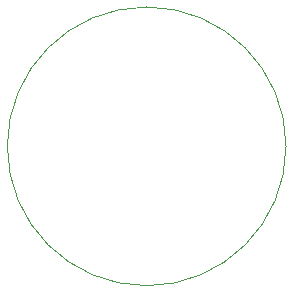
<source format=gbr>
%TF.GenerationSoftware,KiCad,Pcbnew,8.0.7-8.0.7-0~ubuntu22.04.1*%
%TF.CreationDate,2025-01-07T12:01:05+01:00*%
%TF.ProjectId,octal_base,6f637461-6c5f-4626-9173-652e6b696361,1*%
%TF.SameCoordinates,Original*%
%TF.FileFunction,Profile,NP*%
%FSLAX46Y46*%
G04 Gerber Fmt 4.6, Leading zero omitted, Abs format (unit mm)*
G04 Created by KiCad (PCBNEW 8.0.7-8.0.7-0~ubuntu22.04.1) date 2025-01-07 12:01:05*
%MOMM*%
%LPD*%
G01*
G04 APERTURE LIST*
%TA.AperFunction,Profile*%
%ADD10C,0.050000*%
%TD*%
G04 APERTURE END LIST*
D10*
X102400000Y-76900000D02*
G75*
G02*
X78800000Y-76900000I-11800000J0D01*
G01*
X78800000Y-76900000D02*
G75*
G02*
X102400000Y-76900000I11800000J0D01*
G01*
M02*

</source>
